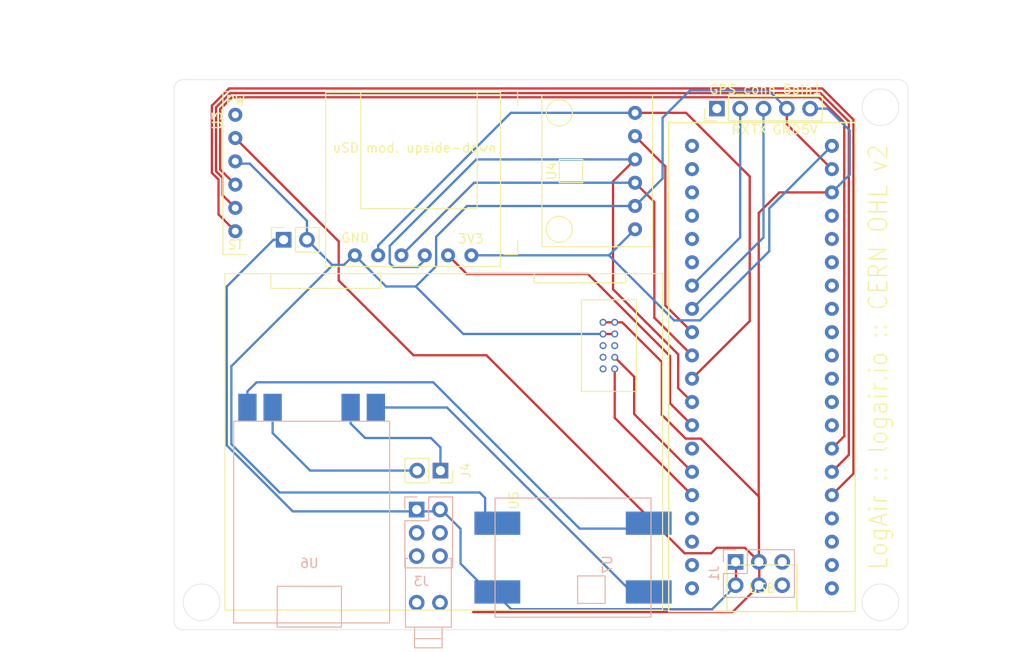
<source format=kicad_pcb>
(kicad_pcb (version 20171130) (host pcbnew 5.1.6-c6e7f7d~86~ubuntu19.10.1)

  (general
    (thickness 1.6)
    (drawings 23)
    (tracks 167)
    (zones 0)
    (modules 12)
    (nets 53)
  )

  (page A4)
  (layers
    (0 F.Cu signal)
    (31 B.Cu signal)
    (32 B.Adhes user hide)
    (33 F.Adhes user hide)
    (34 B.Paste user hide)
    (35 F.Paste user hide)
    (36 B.SilkS user)
    (37 F.SilkS user)
    (38 B.Mask user)
    (39 F.Mask user)
    (40 Dwgs.User user)
    (41 Cmts.User user)
    (42 Eco1.User user)
    (43 Eco2.User user)
    (44 Edge.Cuts user)
    (45 Margin user)
    (46 B.CrtYd user)
    (47 F.CrtYd user)
    (48 B.Fab user)
    (49 F.Fab user)
  )

  (setup
    (last_trace_width 0.25)
    (trace_clearance 0.2)
    (zone_clearance 0.508)
    (zone_45_only no)
    (trace_min 0.2)
    (via_size 0.8)
    (via_drill 0.4)
    (via_min_size 0.4)
    (via_min_drill 0.3)
    (uvia_size 0.3)
    (uvia_drill 0.1)
    (uvias_allowed no)
    (uvia_min_size 0.2)
    (uvia_min_drill 0.1)
    (edge_width 0.05)
    (segment_width 0.2)
    (pcb_text_width 0.3)
    (pcb_text_size 1.5 1.5)
    (mod_edge_width 0.12)
    (mod_text_size 1 1)
    (mod_text_width 0.15)
    (pad_size 1.7 1.7)
    (pad_drill 0.5)
    (pad_to_mask_clearance 0.05)
    (aux_axis_origin 0 0)
    (grid_origin 244 31)
    (visible_elements FFFFFF7F)
    (pcbplotparams
      (layerselection 0x010f0_ffffffff)
      (usegerberextensions true)
      (usegerberattributes false)
      (usegerberadvancedattributes true)
      (creategerberjobfile false)
      (excludeedgelayer true)
      (linewidth 0.100000)
      (plotframeref false)
      (viasonmask false)
      (mode 1)
      (useauxorigin false)
      (hpglpennumber 1)
      (hpglpenspeed 20)
      (hpglpendiameter 15.000000)
      (psnegative false)
      (psa4output false)
      (plotreference true)
      (plotvalue true)
      (plotinvisibletext false)
      (padsonsilk false)
      (subtractmaskfromsilk false)
      (outputformat 1)
      (mirror false)
      (drillshape 0)
      (scaleselection 1)
      (outputdirectory "OUTPUT/"))
  )

  (net 0 "")
  (net 1 "Net-(U1-PadPC15)")
  (net 2 "Net-(U1-PadNRST)")
  (net 3 "Net-(U1-PadPA1)")
  (net 4 "Net-(U1-PadPB1)")
  (net 5 "Net-(U1-PadPC14)")
  (net 6 "Net-(U1-PadPA0)")
  (net 7 "Net-(U1-PadPC13)")
  (net 8 "Net-(U1-PadVBAT)")
  (net 9 "Net-(U1-PadPB12)")
  (net 10 "Net-(U1-PadPB13)")
  (net 11 "Net-(U1-PadPB14)")
  (net 12 "Net-(U1-PadPB15)")
  (net 13 "Net-(U1-PadPA11)")
  (net 14 "Net-(U1-PadPA12)")
  (net 15 "Net-(U1-PadPA15)")
  (net 16 "Net-(U1-PadPB3)")
  (net 17 "Net-(U1-PadPB5)")
  (net 18 "Net-(U1-PadPB4)")
  (net 19 "Net-(U1-PadPB6)")
  (net 20 "Net-(U1-PadPB7)")
  (net 21 "Net-(U1-PadPB8)")
  (net 22 "Net-(U1-PadPB9)")
  (net 23 /BLE_STAT)
  (net 24 /BLE_RX)
  (net 25 /BLE_TX)
  (net 26 /GND)
  (net 27 /5V)
  (net 28 /BLE_PWRC)
  (net 29 /MISO)
  (net 30 /BME_CS)
  (net 31 /MOSI)
  (net 32 /CLK)
  (net 33 /3V3)
  (net 34 /GPS_TX)
  (net 35 /GPS_RX)
  (net 36 /PPS)
  (net 37 /PM_TX)
  (net 38 /PM_RX)
  (net 39 /SD_CS)
  (net 40 "Net-(U5-Pad6)")
  (net 41 "Net-(U5-Pad5)")
  (net 42 "Net-(U5-Pad8)")
  (net 43 "Net-(U5-Pad10)")
  (net 44 /5Vin)
  (net 45 "Net-(J1-Pad5)")
  (net 46 "Net-(J1-Pad6)")
  (net 47 "Net-(J3-Pad6)")
  (net 48 "Net-(J3-Pad5)")
  (net 49 /B-)
  (net 50 /B+)
  (net 51 /GNDin)
  (net 52 /Vin)

  (net_class Default "This is the default net class."
    (clearance 0.2)
    (trace_width 0.25)
    (via_dia 0.8)
    (via_drill 0.4)
    (uvia_dia 0.3)
    (uvia_drill 0.1)
    (add_net /3V3)
    (add_net /5V)
    (add_net /5Vin)
    (add_net /B+)
    (add_net /B-)
    (add_net /BLE_PWRC)
    (add_net /BLE_RX)
    (add_net /BLE_STAT)
    (add_net /BLE_TX)
    (add_net /BME_CS)
    (add_net /CLK)
    (add_net /GND)
    (add_net /GNDin)
    (add_net /GPS_RX)
    (add_net /GPS_TX)
    (add_net /MISO)
    (add_net /MOSI)
    (add_net /PM_RX)
    (add_net /PM_TX)
    (add_net /PPS)
    (add_net /SD_CS)
    (add_net /Vin)
    (add_net "Net-(J1-Pad5)")
    (add_net "Net-(J1-Pad6)")
    (add_net "Net-(J3-Pad5)")
    (add_net "Net-(J3-Pad6)")
    (add_net "Net-(U1-PadNRST)")
    (add_net "Net-(U1-PadPA0)")
    (add_net "Net-(U1-PadPA1)")
    (add_net "Net-(U1-PadPA11)")
    (add_net "Net-(U1-PadPA12)")
    (add_net "Net-(U1-PadPA15)")
    (add_net "Net-(U1-PadPB1)")
    (add_net "Net-(U1-PadPB12)")
    (add_net "Net-(U1-PadPB13)")
    (add_net "Net-(U1-PadPB14)")
    (add_net "Net-(U1-PadPB15)")
    (add_net "Net-(U1-PadPB3)")
    (add_net "Net-(U1-PadPB4)")
    (add_net "Net-(U1-PadPB5)")
    (add_net "Net-(U1-PadPB6)")
    (add_net "Net-(U1-PadPB7)")
    (add_net "Net-(U1-PadPB8)")
    (add_net "Net-(U1-PadPB9)")
    (add_net "Net-(U1-PadPC13)")
    (add_net "Net-(U1-PadPC14)")
    (add_net "Net-(U1-PadPC15)")
    (add_net "Net-(U1-PadVBAT)")
    (add_net "Net-(U5-Pad10)")
    (add_net "Net-(U5-Pad5)")
    (add_net "Net-(U5-Pad6)")
    (add_net "Net-(U5-Pad8)")
  )

  (module logair_diy:Logair_switch_2 (layer B.Cu) (tedit 5FA13B96) (tstamp 5F7C9F49)
    (at 126.72 112.96 180)
    (descr "Through hole straight socket strip, 2x03, 2.54mm pitch, double cols (from Kicad 4.0.7), script generated")
    (tags "Through hole socket strip THT 2x03 2.54mm double row")
    (path /5F7CAC41)
    (fp_text reference J3 (at 0.75 -2.75 180) (layer B.SilkS)
      (effects (font (size 1 1) (thickness 0.15)) (justify mirror))
    )
    (fp_text value Conn_02x03_Odd_Even (at 4.75 -1.5 270) (layer B.Fab)
      (effects (font (size 1 1) (thickness 0.15)) (justify mirror))
    )
    (fp_text user %R (at 0.5 4.15 90) (layer B.Fab)
      (effects (font (size 1 1) (thickness 0.15)) (justify mirror))
    )
    (fp_line (start -2.58 6.4) (end 1.5 6.4) (layer B.Fab) (width 0.1))
    (fp_line (start 1.5 6.4) (end 2.5 5.4) (layer B.Fab) (width 0.1))
    (fp_line (start 2.5 5.4) (end 2.5 -1.22) (layer B.Fab) (width 0.1))
    (fp_line (start 2.5 -1.22) (end -2.58 -1.22) (layer B.Fab) (width 0.1))
    (fp_line (start -2.58 -1.22) (end -2.58 6.4) (layer B.Fab) (width 0.1))
    (fp_line (start -2.64 6.46) (end -0.04 6.46) (layer B.SilkS) (width 0.12))
    (fp_line (start -2.64 6.46) (end -2.64 -1.28) (layer B.SilkS) (width 0.12))
    (fp_line (start -2.64 -1.28) (end 2.56 -1.28) (layer B.SilkS) (width 0.12))
    (fp_line (start 2.56 3.86) (end 2.56 -1.28) (layer B.SilkS) (width 0.12))
    (fp_line (start -0.04 3.86) (end 2.56 3.86) (layer B.SilkS) (width 0.12))
    (fp_line (start -0.04 6.46) (end -0.04 3.86) (layer B.SilkS) (width 0.12))
    (fp_line (start 2.56 6.46) (end 2.56 5.13) (layer B.SilkS) (width 0.12))
    (fp_line (start 1.23 6.46) (end 2.56 6.46) (layer B.SilkS) (width 0.12))
    (fp_line (start -3.11 6.93) (end 2.99 6.93) (layer B.CrtYd) (width 0.05))
    (fp_line (start 2.99 6.93) (end 2.99 -1.72) (layer B.CrtYd) (width 0.05))
    (fp_line (start 2.99 -1.72) (end -3.11 -1.72) (layer B.CrtYd) (width 0.05))
    (fp_line (start -3.11 -1.72) (end -3.11 6.93) (layer B.CrtYd) (width 0.05))
    (fp_line (start -2.5 -7.75) (end 2.5 -7.75) (layer B.SilkS) (width 0.12))
    (fp_line (start 2.5 -7.75) (end 2.5 -0.25) (layer B.SilkS) (width 0.12))
    (fp_line (start 2.5 -0.25) (end 2.25 -0.25) (layer B.SilkS) (width 0.12))
    (fp_line (start -2.5 -7.75) (end -2.5 -0.25) (layer B.SilkS) (width 0.12))
    (fp_line (start -2.5 -0.25) (end -2.25 -0.25) (layer B.SilkS) (width 0.12))
    (fp_line (start -1.5 -7.75) (end -1.5 -10) (layer B.SilkS) (width 0.12))
    (fp_line (start -1.5 -10) (end 1.5 -10) (layer B.SilkS) (width 0.12))
    (fp_line (start 1.5 -10) (end 1.5 -7.75) (layer B.SilkS) (width 0.12))
    (fp_line (start 1.5 -9) (end -1.5 -9) (layer B.SilkS) (width 0.12))
    (pad "" thru_hole oval (at -1.27 -5.08 180) (size 1.7 1.7) (drill 1) (layers *.Cu *.Mask))
    (pad "" thru_hole oval (at 1.27 -5.08 180) (size 1.7 1.7) (drill 1) (layers *.Cu *.Mask))
    (pad 3 thru_hole oval (at 1.27 2.54 180) (size 1.7 1.7) (drill 1) (layers *.Cu *.Mask)
      (net 27 /5V))
    (pad 6 thru_hole oval (at -1.27 0 180) (size 1.7 1.7) (drill 1) (layers *.Cu *.Mask)
      (net 47 "Net-(J3-Pad6)"))
    (pad 5 thru_hole oval (at 1.27 0 180) (size 1.7 1.7) (drill 1) (layers *.Cu *.Mask)
      (net 48 "Net-(J3-Pad5)"))
    (pad 4 thru_hole oval (at -1.27 2.54 180) (size 1.7 1.7) (drill 1) (layers *.Cu *.Mask)
      (net 27 /5V))
    (pad 1 thru_hole rect (at 1.27 5.08 180) (size 1.7 1.7) (drill 1) (layers *.Cu *.Mask)
      (net 44 /5Vin))
    (pad 2 thru_hole oval (at -1.27 5.08 180) (size 1.7 1.7) (drill 1) (layers *.Cu *.Mask)
      (net 44 /5Vin))
    (model ${KISYS3DMOD}/Connector_PinSocket_2.54mm.3dshapes/PinSocket_2x03_P2.54mm_Vertical.wrl
      (at (xyz 0 0 0))
      (scale (xyz 1 1 1))
      (rotate (xyz 0 0 0))
    )
  )

  (module Connector_PinHeader_2.54mm:PinHeader_2x03_P2.54mm_Vertical (layer B.Cu) (tedit 59FED5CC) (tstamp 5F7CA011)
    (at 160.21 113.59 270)
    (descr "Through hole straight pin header, 2x03, 2.54mm pitch, double rows")
    (tags "Through hole pin header THT 2x03 2.54mm double row")
    (path /5F3D149A)
    (fp_text reference J1 (at 1.27 2.33 90) (layer B.SilkS)
      (effects (font (size 1 1) (thickness 0.15)) (justify mirror))
    )
    (fp_text value Conn_02x03_Odd_Even (at 1.27 -7.41 90) (layer B.Fab)
      (effects (font (size 1 1) (thickness 0.15)) (justify mirror))
    )
    (fp_text user %R (at 1.27 -2.54 180) (layer B.Fab)
      (effects (font (size 1 1) (thickness 0.15)) (justify mirror))
    )
    (fp_line (start 0 1.27) (end 3.81 1.27) (layer B.Fab) (width 0.1))
    (fp_line (start 3.81 1.27) (end 3.81 -6.35) (layer B.Fab) (width 0.1))
    (fp_line (start 3.81 -6.35) (end -1.27 -6.35) (layer B.Fab) (width 0.1))
    (fp_line (start -1.27 -6.35) (end -1.27 0) (layer B.Fab) (width 0.1))
    (fp_line (start -1.27 0) (end 0 1.27) (layer B.Fab) (width 0.1))
    (fp_line (start -1.33 -6.41) (end 3.87 -6.41) (layer B.SilkS) (width 0.12))
    (fp_line (start -1.33 -1.27) (end -1.33 -6.41) (layer B.SilkS) (width 0.12))
    (fp_line (start 3.87 1.33) (end 3.87 -6.41) (layer B.SilkS) (width 0.12))
    (fp_line (start -1.33 -1.27) (end 1.27 -1.27) (layer B.SilkS) (width 0.12))
    (fp_line (start 1.27 -1.27) (end 1.27 1.33) (layer B.SilkS) (width 0.12))
    (fp_line (start 1.27 1.33) (end 3.87 1.33) (layer B.SilkS) (width 0.12))
    (fp_line (start -1.33 0) (end -1.33 1.33) (layer B.SilkS) (width 0.12))
    (fp_line (start -1.33 1.33) (end 0 1.33) (layer B.SilkS) (width 0.12))
    (fp_line (start -1.8 1.8) (end -1.8 -6.85) (layer B.CrtYd) (width 0.05))
    (fp_line (start -1.8 -6.85) (end 4.35 -6.85) (layer B.CrtYd) (width 0.05))
    (fp_line (start 4.35 -6.85) (end 4.35 1.8) (layer B.CrtYd) (width 0.05))
    (fp_line (start 4.35 1.8) (end -1.8 1.8) (layer B.CrtYd) (width 0.05))
    (pad 6 thru_hole oval (at 2.54 -5.08 270) (size 1.7 1.7) (drill 1) (layers *.Cu *.Mask)
      (net 46 "Net-(J1-Pad6)"))
    (pad 5 thru_hole oval (at 0 -5.08 270) (size 1.7 1.7) (drill 1) (layers *.Cu *.Mask)
      (net 45 "Net-(J1-Pad5)"))
    (pad 4 thru_hole oval (at 2.54 -2.54 270) (size 1.7 1.7) (drill 1) (layers *.Cu *.Mask)
      (net 27 /5V))
    (pad 3 thru_hole oval (at 0 -2.54 270) (size 1.7 1.7) (drill 1) (layers *.Cu *.Mask)
      (net 27 /5V))
    (pad 2 thru_hole oval (at 2.54 0 270) (size 1.7 1.7) (drill 1) (layers *.Cu *.Mask)
      (net 44 /5Vin))
    (pad 1 thru_hole rect (at 0 0 270) (size 1.7 1.7) (drill 1) (layers *.Cu *.Mask)
      (net 44 /5Vin))
    (model ${KISYS3DMOD}/Connector_PinHeader_2.54mm.3dshapes/PinHeader_2x03_P2.54mm_Vertical.wrl
      (at (xyz 0 0 0))
      (scale (xyz 1 1 1))
      (rotate (xyz 0 0 0))
    )
  )

  (module Connector_PinSocket_2.54mm:PinSocket_1x02_P2.54mm_Vertical (layer F.Cu) (tedit 5A19A420) (tstamp 5FA165A7)
    (at 128.04 103.63 270)
    (descr "Through hole straight socket strip, 1x02, 2.54mm pitch, single row (from Kicad 4.0.7), script generated")
    (tags "Through hole socket strip THT 1x02 2.54mm single row")
    (path /5FA18B0F)
    (fp_text reference J4 (at 0 -2.77 90) (layer F.SilkS)
      (effects (font (size 1 1) (thickness 0.15)))
    )
    (fp_text value Conn_01x02_Female (at 0 5.31 90) (layer F.Fab)
      (effects (font (size 1 1) (thickness 0.15)))
    )
    (fp_text user %R (at 0 1.27) (layer F.Fab)
      (effects (font (size 1 1) (thickness 0.15)))
    )
    (fp_line (start -1.27 -1.27) (end 0.635 -1.27) (layer F.Fab) (width 0.1))
    (fp_line (start 0.635 -1.27) (end 1.27 -0.635) (layer F.Fab) (width 0.1))
    (fp_line (start 1.27 -0.635) (end 1.27 3.81) (layer F.Fab) (width 0.1))
    (fp_line (start 1.27 3.81) (end -1.27 3.81) (layer F.Fab) (width 0.1))
    (fp_line (start -1.27 3.81) (end -1.27 -1.27) (layer F.Fab) (width 0.1))
    (fp_line (start -1.33 1.27) (end 1.33 1.27) (layer F.SilkS) (width 0.12))
    (fp_line (start -1.33 1.27) (end -1.33 3.87) (layer F.SilkS) (width 0.12))
    (fp_line (start -1.33 3.87) (end 1.33 3.87) (layer F.SilkS) (width 0.12))
    (fp_line (start 1.33 1.27) (end 1.33 3.87) (layer F.SilkS) (width 0.12))
    (fp_line (start 1.33 -1.33) (end 1.33 0) (layer F.SilkS) (width 0.12))
    (fp_line (start 0 -1.33) (end 1.33 -1.33) (layer F.SilkS) (width 0.12))
    (fp_line (start -1.8 -1.8) (end 1.75 -1.8) (layer F.CrtYd) (width 0.05))
    (fp_line (start 1.75 -1.8) (end 1.75 4.3) (layer F.CrtYd) (width 0.05))
    (fp_line (start 1.75 4.3) (end -1.8 4.3) (layer F.CrtYd) (width 0.05))
    (fp_line (start -1.8 4.3) (end -1.8 -1.8) (layer F.CrtYd) (width 0.05))
    (pad 2 thru_hole oval (at 0 2.54 270) (size 1.7 1.7) (drill 1) (layers *.Cu *.Mask)
      (net 49 /B-))
    (pad 1 thru_hole rect (at 0 0 270) (size 1.7 1.7) (drill 1) (layers *.Cu *.Mask)
      (net 50 /B+))
    (model ${KISYS3DMOD}/Connector_PinSocket_2.54mm.3dshapes/PinSocket_1x02_P2.54mm_Vertical.wrl
      (at (xyz 0 0 0))
      (scale (xyz 1 1 1))
      (rotate (xyz 0 0 0))
    )
  )

  (module "logair_diy:DC-DC step-up" (layer B.Cu) (tedit 5FA13FAA) (tstamp 5F7CA0A0)
    (at 150.99 113.12 270)
    (path /5F676262)
    (fp_text reference U7 (at 0.75 4.75 90) (layer B.SilkS)
      (effects (font (size 1 1) (thickness 0.15)) (justify mirror))
    )
    (fp_text value DC-DC_step-up (at -0.25 3 90) (layer B.Fab)
      (effects (font (size 1 1) (thickness 0.15)) (justify mirror))
    )
    (fp_line (start -6.5 17) (end -6.5 0) (layer B.SilkS) (width 0.12))
    (fp_line (start 6.5 17) (end -6.5 17) (layer B.SilkS) (width 0.12))
    (fp_line (start 6.5 0) (end 6.5 17) (layer B.SilkS) (width 0.12))
    (fp_line (start -6.5 0) (end 6.5 0) (layer B.SilkS) (width 0.12))
    (fp_line (start 2 7.75) (end 2 5) (layer B.SilkS) (width 0.12))
    (fp_line (start 2 5) (end 5 5) (layer B.SilkS) (width 0.12))
    (fp_line (start 5 5) (end 5 8) (layer B.SilkS) (width 0.12))
    (fp_line (start 5 8) (end 2 8) (layer B.SilkS) (width 0.12))
    (fp_line (start 2 8) (end 2 7.75) (layer B.SilkS) (width 0.12))
    (pad 4 connect rect (at 3.75 0.25 270) (size 2.54 5) (layers B.Cu B.Mask)
      (net 52 /Vin))
    (pad 3 connect rect (at -3.75 0.25 270) (size 2.54 5) (layers B.Cu B.Mask)
      (net 51 /GNDin))
    (pad 2 connect rect (at 3.75 16.75 270) (size 2.54 5) (layers B.Cu B.Mask)
      (net 44 /5Vin))
    (pad 1 connect rect (at -3.75 16.75 270) (size 2.54 5) (layers B.Cu B.Mask)
      (net 26 /GND))
  )

  (module logair_diy:Charger_basic (layer B.Cu) (tedit 5F7C4EF3) (tstamp 5F678674)
    (at 114.25 108.25 180)
    (path /5F676BC8)
    (fp_text reference U6 (at 0.5 -5.5) (layer B.SilkS)
      (effects (font (size 1 1) (thickness 0.15)) (justify mirror))
    )
    (fp_text value Charger_basic (at 0 -3.75) (layer B.Fab)
      (effects (font (size 1 1) (thickness 0.15)) (justify mirror))
    )
    (fp_line (start -8.25 -12) (end 8.75 -12) (layer B.SilkS) (width 0.12))
    (fp_line (start 8.75 -12) (end 8.75 10) (layer B.SilkS) (width 0.12))
    (fp_line (start 8.75 10) (end -8.25 10) (layer B.SilkS) (width 0.12))
    (fp_line (start -8.25 10) (end -8.25 -12) (layer B.SilkS) (width 0.12))
    (fp_line (start -3 -8) (end 4 -8) (layer B.SilkS) (width 0.12))
    (fp_line (start 4 -8) (end 4.01 -12.45) (layer B.SilkS) (width 0.12))
    (fp_line (start -3 -8) (end -3 -12.45) (layer B.SilkS) (width 0.12))
    (fp_line (start -3 -12.45) (end 3.99 -12.45) (layer B.SilkS) (width 0.12))
    (pad 3 connect rect (at 4.5 11.5 180) (size 2 3) (layers B.Cu B.Mask)
      (net 49 /B-))
    (pad 4 connect rect (at 7.25 11.5 180) (size 2 3) (layers B.Cu B.Mask)
      (net 51 /GNDin))
    (pad 2 connect rect (at -4 11.5 180) (size 2 3) (layers B.Cu B.Mask)
      (net 50 /B+))
    (pad 1 connect rect (at -6.75 11.5 180) (size 2 3) (layers B.Cu B.Mask)
      (net 52 /Vin))
  )

  (module logair_diy:uSD_adapter (layer F.Cu) (tedit 5F67B458) (tstamp 5F7CA341)
    (at 134.585 62.37 180)
    (path /5ED1FC9B)
    (fp_text reference U2 (at 7.355 -2.06) (layer F.SilkS) hide
      (effects (font (size 1 1) (thickness 0.15)))
    )
    (fp_text value uSD_adapter (at 9.855 -3.56) (layer F.Fab)
      (effects (font (size 1 1) (thickness 0.15)))
    )
    (fp_line (start 0 0) (end 0 -19) (layer F.SilkS) (width 0.12))
    (fp_line (start 0 -19) (end 19.05 -19) (layer F.SilkS) (width 0.12))
    (fp_line (start 19.05 -19) (end 19.05 0) (layer F.SilkS) (width 0.12))
    (fp_line (start 19.05 0) (end 0 0) (layer F.SilkS) (width 0.12))
    (fp_line (start 2.54 0) (end 2.54 -12.7) (layer F.SilkS) (width 0.12))
    (fp_line (start 2.54 -12.7) (end 15.24 -12.7) (layer F.SilkS) (width 0.12))
    (fp_line (start 15.24 -12.7) (end 15.24 0) (layer F.SilkS) (width 0.12))
    (fp_text user "uSD mod. upside-down" (at 9.355 -6.06 180) (layer F.SilkS)
      (effects (font (size 1 1) (thickness 0.15)))
    )
    (pad 6 thru_hole circle (at 3.175 -17.78 180) (size 1.524 1.524) (drill 0.762) (layers *.Cu *.Mask)
      (net 33 /3V3))
    (pad 5 thru_hole circle (at 5.715 -17.78 180) (size 1.524 1.524) (drill 0.762) (layers *.Cu *.Mask)
      (net 39 /SD_CS))
    (pad 4 thru_hole circle (at 8.255 -17.78 180) (size 1.524 1.524) (drill 0.762) (layers *.Cu *.Mask)
      (net 31 /MOSI))
    (pad 3 thru_hole circle (at 10.795 -17.78 180) (size 1.524 1.524) (drill 0.762) (layers *.Cu *.Mask)
      (net 32 /CLK))
    (pad 2 thru_hole circle (at 13.335 -17.78 180) (size 1.524 1.524) (drill 0.762) (layers *.Cu *.Mask)
      (net 29 /MISO))
    (pad 1 thru_hole circle (at 15.875 -17.78 180) (size 1.524 1.524) (drill 0.762) (layers *.Cu *.Mask)
      (net 26 /GND))
  )

  (module logair_diy:BLE_JDY-23_vert_unfold (layer F.Cu) (tedit 5F664735) (tstamp 5F664859)
    (at 106.95 61.01 270)
    (path /5ED3528B)
    (fp_text reference U3 (at 4.445 3.255 90) (layer F.SilkS)
      (effects (font (size 1 1) (thickness 0.15)))
    )
    (fp_text value BLE_JDY-23 (at 9.9 -0.69 90) (layer F.Fab)
      (effects (font (size 1 1) (thickness 0.15)))
    )
    (fp_line (start 1.27 0.08) (end 1.27 2.62) (layer F.SilkS) (width 0.12))
    (fp_line (start 1.27 2.62) (end 19.05 2.62) (layer F.SilkS) (width 0.12))
    (fp_line (start 19.05 2.62) (end 19.05 0.08) (layer F.SilkS) (width 0.12))
    (fp_line (start 19.05 -29.5) (end 19.05 -28) (layer F.SilkS) (width 0.12))
    (fp_line (start 1.27 -29.5) (end 1.27 -28) (layer F.SilkS) (width 0.12))
    (fp_line (start 1.27 -29.5) (end 2.77 -29.5) (layer F.SilkS) (width 0.12))
    (fp_line (start 19.05 -29.5) (end 17.55 -29.5) (layer F.SilkS) (width 0.12))
    (fp_text user PW (at 2.25 1.25) (layer F.SilkS)
      (effects (font (size 1 1) (thickness 0.15)))
    )
    (fp_text user ST (at 18 1.25) (layer F.SilkS)
      (effects (font (size 1 1) (thickness 0.15)))
    )
    (pad 1 thru_hole circle (at 3.81 1.27 270) (size 1.524 1.524) (drill 0.762) (layers *.Cu *.Mask)
      (net 28 /BLE_PWRC))
    (pad 2 thru_hole circle (at 6.35 1.27 270) (size 1.524 1.524) (drill 0.762) (layers *.Cu *.Mask)
      (net 27 /5V))
    (pad 3 thru_hole circle (at 8.89 1.27 270) (size 1.524 1.524) (drill 0.762) (layers *.Cu *.Mask)
      (net 26 /GND))
    (pad 4 thru_hole circle (at 11.43 1.27 270) (size 1.524 1.524) (drill 0.762) (layers *.Cu *.Mask)
      (net 25 /BLE_TX))
    (pad 5 thru_hole circle (at 13.97 1.27 270) (size 1.524 1.524) (drill 0.762) (layers *.Cu *.Mask)
      (net 24 /BLE_RX))
    (pad 6 thru_hole circle (at 16.51 1.27 270) (size 1.524 1.524) (drill 0.762) (layers *.Cu *.Mask)
      (net 23 /BLE_STAT))
  )

  (module Connector_PinSocket_2.54mm:PinSocket_1x02_P2.54mm_Vertical (layer F.Cu) (tedit 5A19A420) (tstamp 5F7CA05A)
    (at 110.95 78.45 90)
    (descr "Through hole straight socket strip, 1x02, 2.54mm pitch, single row (from Kicad 4.0.7), script generated")
    (tags "Through hole socket strip THT 1x02 2.54mm single row")
    (path /5F3D3380)
    (fp_text reference J2 (at 0 -2.77 90) (layer F.SilkS) hide
      (effects (font (size 1 1) (thickness 0.15)))
    )
    (fp_text value Conn_01x02_Female (at 2.5 1) (layer F.Fab) hide
      (effects (font (size 1 1) (thickness 0.15)))
    )
    (fp_line (start -1.8 4.3) (end -1.8 -1.8) (layer F.CrtYd) (width 0.05))
    (fp_line (start 1.75 4.3) (end -1.8 4.3) (layer F.CrtYd) (width 0.05))
    (fp_line (start 1.75 -1.8) (end 1.75 4.3) (layer F.CrtYd) (width 0.05))
    (fp_line (start -1.8 -1.8) (end 1.75 -1.8) (layer F.CrtYd) (width 0.05))
    (fp_line (start 0 -1.33) (end 1.33 -1.33) (layer F.SilkS) (width 0.12))
    (fp_line (start 1.33 -1.33) (end 1.33 0) (layer F.SilkS) (width 0.12))
    (fp_line (start 1.33 1.27) (end 1.33 3.87) (layer F.SilkS) (width 0.12))
    (fp_line (start -1.33 3.87) (end 1.33 3.87) (layer F.SilkS) (width 0.12))
    (fp_line (start -1.33 1.27) (end -1.33 3.87) (layer F.SilkS) (width 0.12))
    (fp_line (start -1.33 1.27) (end 1.33 1.27) (layer F.SilkS) (width 0.12))
    (fp_line (start -1.27 3.81) (end -1.27 -1.27) (layer F.Fab) (width 0.1))
    (fp_line (start 1.27 3.81) (end -1.27 3.81) (layer F.Fab) (width 0.1))
    (fp_line (start 1.27 -0.635) (end 1.27 3.81) (layer F.Fab) (width 0.1))
    (fp_line (start 0.635 -1.27) (end 1.27 -0.635) (layer F.Fab) (width 0.1))
    (fp_line (start -1.27 -1.27) (end 0.635 -1.27) (layer F.Fab) (width 0.1))
    (fp_text user %R (at 2.5 1.27) (layer F.Fab) hide
      (effects (font (size 1 1) (thickness 0.15)))
    )
    (pad 2 thru_hole oval (at 0 2.54 90) (size 1.7 1.7) (drill 1) (layers *.Cu *.Mask)
      (net 26 /GND))
    (pad 1 thru_hole rect (at 0 0 90) (size 1.7 1.7) (drill 1) (layers *.Cu *.Mask)
      (net 44 /5Vin))
    (model ${KISYS3DMOD}/Connector_PinSocket_2.54mm.3dshapes/PinSocket_1x02_P2.54mm_Vertical.wrl
      (at (xyz 0 0 0))
      (scale (xyz 1 1 1))
      (rotate (xyz 0 0 0))
    )
  )

  (module logair_diy:PMS7003_10pin (layer F.Cu) (tedit 5EC7E2C3) (tstamp 5F7C9FC1)
    (at 152.25 82.15 270)
    (path /5ED2DD12)
    (fp_text reference U5 (at 24.75 16.2 90) (layer F.SilkS)
      (effects (font (size 1 1) (thickness 0.15)))
    )
    (fp_text value PMS7003 (at 26.85 14.1 90) (layer F.Fab)
      (effects (font (size 1 1) (thickness 0.15)))
    )
    (fp_line (start 0 0) (end 0 47.7) (layer F.SilkS) (width 0.12))
    (fp_line (start 0 47.7) (end 36.7 47.7) (layer F.SilkS) (width 0.12))
    (fp_line (start 36.7 47.7) (end 36.7 0) (layer F.SilkS) (width 0.12))
    (fp_line (start 36.7 0) (end 0 0) (layer F.SilkS) (width 0.12))
    (fp_line (start 12.85 8.85) (end 12.85 2.85) (layer F.SilkS) (width 0.12))
    (fp_line (start 12.85 2.85) (end 2.85 2.85) (layer F.SilkS) (width 0.12))
    (fp_line (start 2.85 2.85) (end 2.85 8.85) (layer F.SilkS) (width 0.12))
    (fp_line (start 2.85 8.85) (end 12.85 8.85) (layer F.SilkS) (width 0.12))
    (fp_line (start 0.1 42.7) (end 1.6 42.7) (layer F.SilkS) (width 0.12))
    (fp_line (start 1.6 42.7) (end 1.6 30.7) (layer F.SilkS) (width 0.12))
    (fp_line (start 1.6 30.7) (end 0 30.7) (layer F.SilkS) (width 0.12))
    (fp_line (start 0 4) (end 1 4) (layer F.SilkS) (width 0.12))
    (fp_line (start 1 4) (end 1 14) (layer F.SilkS) (width 0.12))
    (fp_line (start 1 14) (end 0 14) (layer F.SilkS) (width 0.12))
    (pad 2 thru_hole circle (at 5.31 6.485 270) (size 0.76 0.76) (drill 0.46) (layers *.Cu *.Mask)
      (net 27 /5V))
    (pad 1 thru_hole circle (at 5.31 5.215 270) (size 0.76 0.76) (drill 0.46) (layers *.Cu *.Mask)
      (net 27 /5V))
    (pad 4 thru_hole circle (at 6.58 6.485 270) (size 0.76 0.76) (drill 0.46) (layers *.Cu *.Mask)
      (net 26 /GND))
    (pad 3 thru_hole circle (at 6.58 5.215 270) (size 0.76 0.76) (drill 0.46) (layers *.Cu *.Mask)
      (net 26 /GND))
    (pad 6 thru_hole circle (at 7.85 6.485 270) (size 0.76 0.76) (drill 0.46) (layers *.Cu *.Mask)
      (net 40 "Net-(U5-Pad6)"))
    (pad 5 thru_hole circle (at 7.85 5.215 270) (size 0.76 0.76) (drill 0.46) (layers *.Cu *.Mask)
      (net 41 "Net-(U5-Pad5)"))
    (pad 8 thru_hole circle (at 9.12 6.485 270) (size 0.76 0.76) (drill 0.46) (layers *.Cu *.Mask)
      (net 42 "Net-(U5-Pad8)"))
    (pad 7 thru_hole circle (at 9.12 5.215 270) (size 0.76 0.76) (drill 0.46) (layers *.Cu *.Mask)
      (net 38 /PM_RX))
    (pad 10 thru_hole circle (at 10.39 6.485 270) (size 0.76 0.76) (drill 0.46) (layers *.Cu *.Mask)
      (net 43 "Net-(U5-Pad10)"))
    (pad 9 thru_hole circle (at 10.39 5.215 270) (size 0.76 0.76) (drill 0.46) (layers *.Cu *.Mask)
      (net 37 /PM_TX))
  )

  (module logair_diy:BME280_SPI (layer F.Cu) (tedit 5EC6870E) (tstamp 5F7CA2C2)
    (at 151.155 62.705 270)
    (path /5ED2C83B)
    (fp_text reference U4 (at 8.255 11.005 90) (layer F.SilkS)
      (effects (font (size 1 1) (thickness 0.15)))
    )
    (fp_text value BME280 (at 8.255 5.215 90) (layer F.Fab) hide
      (effects (font (size 1 1) (thickness 0.15)))
    )
    (fp_line (start 0 0) (end 0 12.065) (layer F.SilkS) (width 0.12))
    (fp_line (start 0 12.065) (end 16.51 12.065) (layer F.SilkS) (width 0.12))
    (fp_line (start 16.51 12.065) (end 16.51 0) (layer F.SilkS) (width 0.12))
    (fp_line (start 16.51 0) (end 0 0) (layer F.SilkS) (width 0.12))
    (fp_circle (center 14.605 10.16) (end 15.875 9.525) (layer F.SilkS) (width 0.12))
    (fp_circle (center 1.905 10.16) (end 0.635 10.795) (layer F.SilkS) (width 0.12))
    (fp_line (start 6.985 7.62) (end 6.985 10.16) (layer F.SilkS) (width 0.12))
    (fp_line (start 6.985 10.16) (end 9.525 10.16) (layer F.SilkS) (width 0.12))
    (fp_line (start 9.525 10.16) (end 9.525 7.62) (layer F.SilkS) (width 0.12))
    (fp_line (start 9.525 7.62) (end 6.985 7.62) (layer F.SilkS) (width 0.12))
    (pad 6 thru_hole circle (at 14.605 1.905 270) (size 1.524 1.524) (drill 0.762) (layers *.Cu *.Mask)
      (net 33 /3V3))
    (pad 5 thru_hole circle (at 12.065 1.905 270) (size 1.524 1.524) (drill 0.762) (layers *.Cu *.Mask)
      (net 26 /GND))
    (pad 4 thru_hole circle (at 9.525 1.905 270) (size 1.524 1.524) (drill 0.762) (layers *.Cu *.Mask)
      (net 32 /CLK))
    (pad 3 thru_hole circle (at 6.985 1.905 270) (size 1.524 1.524) (drill 0.762) (layers *.Cu *.Mask)
      (net 31 /MOSI))
    (pad 2 thru_hole circle (at 4.445 1.905 270) (size 1.524 1.524) (drill 0.762) (layers *.Cu *.Mask)
      (net 30 /BME_CS))
    (pad 1 thru_hole circle (at 1.905 1.905 270) (size 1.524 1.524) (drill 0.762) (layers *.Cu *.Mask)
      (net 29 /MISO))
  )

  (module Connector_PinHeader_2.54mm:PinHeader_1x05_P2.54mm_Vertical (layer F.Cu) (tedit 59FED5CC) (tstamp 5F7CA237)
    (at 158.17 64.15 90)
    (descr "Through hole straight pin header, 1x05, 2.54mm pitch, single row")
    (tags "Through hole pin header THT 1x05 2.54mm single row")
    (path /5ECF0C23)
    (fp_text reference GPS_conn_5pin1 (at 2.1 5.28 180) (layer F.SilkS)
      (effects (font (size 1 1) (thickness 0.15)))
    )
    (fp_text value Conn_01x05_Female (at 0 12.49 90) (layer F.Fab) hide
      (effects (font (size 1 1) (thickness 0.15)))
    )
    (fp_line (start 1.8 -1.8) (end -1.8 -1.8) (layer F.CrtYd) (width 0.05))
    (fp_line (start 1.8 11.95) (end 1.8 -1.8) (layer F.CrtYd) (width 0.05))
    (fp_line (start -1.8 11.95) (end 1.8 11.95) (layer F.CrtYd) (width 0.05))
    (fp_line (start -1.8 -1.8) (end -1.8 11.95) (layer F.CrtYd) (width 0.05))
    (fp_line (start -1.33 -1.33) (end 0 -1.33) (layer F.SilkS) (width 0.12))
    (fp_line (start -1.33 0) (end -1.33 -1.33) (layer F.SilkS) (width 0.12))
    (fp_line (start -1.33 1.27) (end 1.33 1.27) (layer F.SilkS) (width 0.12))
    (fp_line (start 1.33 1.27) (end 1.33 11.49) (layer F.SilkS) (width 0.12))
    (fp_line (start -1.33 1.27) (end -1.33 11.49) (layer F.SilkS) (width 0.12))
    (fp_line (start -1.33 11.49) (end 1.33 11.49) (layer F.SilkS) (width 0.12))
    (fp_line (start -1.27 -0.635) (end -0.635 -1.27) (layer F.Fab) (width 0.1))
    (fp_line (start -1.27 11.43) (end -1.27 -0.635) (layer F.Fab) (width 0.1))
    (fp_line (start 1.27 11.43) (end -1.27 11.43) (layer F.Fab) (width 0.1))
    (fp_line (start 1.27 -1.27) (end 1.27 11.43) (layer F.Fab) (width 0.1))
    (fp_line (start -0.635 -1.27) (end 1.27 -1.27) (layer F.Fab) (width 0.1))
    (fp_text user %R (at 0 5.08) (layer F.Fab)
      (effects (font (size 1 1) (thickness 0.15)))
    )
    (pad 1 thru_hole rect (at 0 0 90) (size 1.7 1.7) (drill 1) (layers *.Cu *.Mask)
      (net 36 /PPS))
    (pad 2 thru_hole oval (at 0 2.54 90) (size 1.7 1.7) (drill 1) (layers *.Cu *.Mask)
      (net 35 /GPS_RX))
    (pad 3 thru_hole oval (at 0 5.08 90) (size 1.7 1.7) (drill 1) (layers *.Cu *.Mask)
      (net 34 /GPS_TX))
    (pad 4 thru_hole oval (at 0 7.62 90) (size 1.7 1.7) (drill 1) (layers *.Cu *.Mask)
      (net 26 /GND))
    (pad 5 thru_hole oval (at 0 10.16 90) (size 1.7 1.7) (drill 1) (layers *.Cu *.Mask)
      (net 27 /5V))
    (model ${KISYS3DMOD}/Connector_PinHeader_2.54mm.3dshapes/PinHeader_1x05_P2.54mm_Vertical.wrl
      (at (xyz 0 0 0))
      (scale (xyz 1 1 1))
      (rotate (xyz 0 0 0))
    )
  )

  (module logairbluepill:LogairBluepill (layer F.Cu) (tedit 5F3BA11C) (tstamp 5F7CA174)
    (at 170.7 68.21 180)
    (path /5EBEBF1B)
    (fp_text reference U1 (at 7.62 -25.4) (layer F.SilkS) hide
      (effects (font (size 1 1) (thickness 0.15)))
    )
    (fp_text value LogairBluepill (at 7.62 -28.194) (layer F.Fab) hide
      (effects (font (size 1 1) (thickness 0.15)))
    )
    (fp_line (start -2.54 -50.8) (end 17.78 -50.8) (layer F.SilkS) (width 0.15))
    (fp_line (start 17.78 -50.8) (end 17.78 2.54) (layer F.SilkS) (width 0.15))
    (fp_line (start 17.78 2.54) (end -2.54 2.54) (layer F.SilkS) (width 0.15))
    (fp_line (start -2.54 2.54) (end -2.54 -50.8) (layer F.SilkS) (width 0.15))
    (fp_line (start 3.81 -50.8) (end 3.81 -45.72) (layer F.SilkS) (width 0.15))
    (fp_line (start 3.81 -45.72) (end 11.43 -45.72) (layer F.SilkS) (width 0.15))
    (fp_line (start 11.43 -45.72) (end 11.43 -50.8) (layer F.SilkS) (width 0.15))
    (fp_text user USB (at 7.62 -48.26) (layer F.SilkS)
      (effects (font (size 1 1) (thickness 0.15)))
    )
    (pad GND thru_hole circle (at 15.24 -48.26 270) (size 1.524 1.524) (drill 0.762) (layers *.Cu *.Mask)
      (net 26 /GND))
    (pad PB10 thru_hole circle (at 15.24 -35.56 270) (size 1.524 1.524) (drill 0.762) (layers *.Cu *.Mask)
      (net 38 /PM_RX))
    (pad PA3 thru_hole circle (at 15.24 -17.78 270) (size 1.524 1.524) (drill 0.762) (layers *.Cu *.Mask)
      (net 34 /GPS_TX))
    (pad PC15 thru_hole circle (at 15.24 -7.62 270) (size 1.524 1.524) (drill 0.762) (layers *.Cu *.Mask)
      (net 1 "Net-(U1-PadPC15)"))
    (pad GND thru_hole circle (at 15.24 -45.72 270) (size 1.524 1.524) (drill 0.762) (layers *.Cu *.Mask)
      (net 26 /GND))
    (pad PA5 thru_hole circle (at 15.24 -22.86 270) (size 1.524 1.524) (drill 0.762) (layers *.Cu *.Mask)
      (net 32 /CLK))
    (pad NRST thru_hole circle (at 15.24 -40.64 270) (size 1.524 1.524) (drill 0.762) (layers *.Cu *.Mask)
      (net 2 "Net-(U1-PadNRST)"))
    (pad PB11 thru_hole circle (at 15.24 -38.1 270) (size 1.524 1.524) (drill 0.762) (layers *.Cu *.Mask)
      (net 37 /PM_TX))
    (pad 3V3 thru_hole circle (at 15.24 -43.18 270) (size 1.524 1.524) (drill 0.762) (layers *.Cu *.Mask)
      (net 33 /3V3))
    (pad PA4 thru_hole circle (at 15.24 -20.32 270) (size 1.524 1.524) (drill 0.762) (layers *.Cu *.Mask)
      (net 30 /BME_CS))
    (pad PA6 thru_hole circle (at 15.24 -25.4 270) (size 1.524 1.524) (drill 0.762) (layers *.Cu *.Mask)
      (net 29 /MISO))
    (pad PA1 thru_hole circle (at 15.24 -12.7 270) (size 1.524 1.524) (drill 0.762) (layers *.Cu *.Mask)
      (net 3 "Net-(U1-PadPA1)"))
    (pad PB1 thru_hole circle (at 15.24 -33.02 270) (size 1.524 1.524) (drill 0.762) (layers *.Cu *.Mask)
      (net 4 "Net-(U1-PadPB1)"))
    (pad PC14 thru_hole circle (at 15.24 -5.08 270) (size 1.524 1.524) (drill 0.762) (layers *.Cu *.Mask)
      (net 5 "Net-(U1-PadPC14)"))
    (pad PA0 thru_hole circle (at 15.24 -10.16 270) (size 1.524 1.524) (drill 0.762) (layers *.Cu *.Mask)
      (net 6 "Net-(U1-PadPA0)"))
    (pad PA2 thru_hole circle (at 15.24 -15.24 270) (size 1.524 1.524) (drill 0.762) (layers *.Cu *.Mask)
      (net 35 /GPS_RX))
    (pad PC13 thru_hole circle (at 15.24 -2.54 270) (size 1.524 1.524) (drill 0.762) (layers *.Cu *.Mask)
      (net 7 "Net-(U1-PadPC13)"))
    (pad PA7 thru_hole circle (at 15.24 -27.94 270) (size 1.524 1.524) (drill 0.762) (layers *.Cu *.Mask)
      (net 31 /MOSI))
    (pad VBAT thru_hole circle (at 15.24 0 270) (size 1.524 1.524) (drill 0.762) (layers *.Cu *.Mask)
      (net 8 "Net-(U1-PadVBAT)"))
    (pad PB0 thru_hole circle (at 15.24 -30.48 270) (size 1.524 1.524) (drill 0.762) (layers *.Cu *.Mask)
      (net 39 /SD_CS))
    (pad PB12 thru_hole circle (at 0 -48.26 270) (size 1.524 1.524) (drill 0.762) (layers *.Cu *.Mask)
      (net 9 "Net-(U1-PadPB12)"))
    (pad PB13 thru_hole circle (at 0 -45.72 270) (size 1.524 1.524) (drill 0.762) (layers *.Cu *.Mask)
      (net 10 "Net-(U1-PadPB13)"))
    (pad PB14 thru_hole circle (at 0 -43.18 270) (size 1.524 1.524) (drill 0.762) (layers *.Cu *.Mask)
      (net 11 "Net-(U1-PadPB14)"))
    (pad PB15 thru_hole circle (at 0 -40.64 270) (size 1.524 1.524) (drill 0.762) (layers *.Cu *.Mask)
      (net 12 "Net-(U1-PadPB15)"))
    (pad PA8 thru_hole circle (at 0 -38.1 270) (size 1.524 1.524) (drill 0.762) (layers *.Cu *.Mask)
      (net 23 /BLE_STAT))
    (pad PA11 thru_hole circle (at 0 -30.48 270) (size 1.524 1.524) (drill 0.762) (layers *.Cu *.Mask)
      (net 13 "Net-(U1-PadPA11)"))
    (pad PA9 thru_hole circle (at 0 -35.56 270) (size 1.524 1.524) (drill 0.762) (layers *.Cu *.Mask)
      (net 24 /BLE_RX))
    (pad PA10 thru_hole circle (at 0 -33.02 270) (size 1.524 1.524) (drill 0.762) (layers *.Cu *.Mask)
      (net 25 /BLE_TX))
    (pad PA12 thru_hole circle (at 0 -27.94 270) (size 1.524 1.524) (drill 0.762) (layers *.Cu *.Mask)
      (net 14 "Net-(U1-PadPA12)"))
    (pad PA15 thru_hole circle (at 0 -25.4 270) (size 1.524 1.524) (drill 0.762) (layers *.Cu *.Mask)
      (net 15 "Net-(U1-PadPA15)"))
    (pad PB3 thru_hole circle (at 0 -22.86 270) (size 1.524 1.524) (drill 0.762) (layers *.Cu *.Mask)
      (net 16 "Net-(U1-PadPB3)"))
    (pad PB5 thru_hole circle (at 0 -17.78 270) (size 1.524 1.524) (drill 0.762) (layers *.Cu *.Mask)
      (net 17 "Net-(U1-PadPB5)"))
    (pad PB4 thru_hole circle (at 0 -20.32 270) (size 1.524 1.524) (drill 0.762) (layers *.Cu *.Mask)
      (net 18 "Net-(U1-PadPB4)"))
    (pad PB6 thru_hole circle (at 0 -15.24 270) (size 1.524 1.524) (drill 0.762) (layers *.Cu *.Mask)
      (net 19 "Net-(U1-PadPB6)"))
    (pad PB7 thru_hole circle (at 0 -12.7 270) (size 1.524 1.524) (drill 0.762) (layers *.Cu *.Mask)
      (net 20 "Net-(U1-PadPB7)"))
    (pad 5V thru_hole circle (at 0 -5.08 270) (size 1.524 1.524) (drill 0.762) (layers *.Cu *.Mask)
      (net 27 /5V))
    (pad PB8 thru_hole circle (at 0 -10.16 270) (size 1.524 1.524) (drill 0.762) (layers *.Cu *.Mask)
      (net 21 "Net-(U1-PadPB8)"))
    (pad PB9 thru_hole circle (at 0 -7.62 270) (size 1.524 1.524) (drill 0.762) (layers *.Cu *.Mask)
      (net 22 "Net-(U1-PadPB9)"))
    (pad GND thru_hole circle (at 0 -2.54 270) (size 1.524 1.524) (drill 0.762) (layers *.Cu *.Mask)
      (net 26 /GND))
    (pad 3V3 thru_hole circle (at 0 0 270) (size 1.524 1.524) (drill 0.762) (layers *.Cu *.Mask)
      (net 33 /3V3))
  )

  (gr_text GNDin (at 113.4 73.29 90) (layer F.Fab)
    (effects (font (size 1.5 1.5) (thickness 0.3)))
  )
  (gr_text 5Vin (at 110.98 74.2 90) (layer F.Fab)
    (effects (font (size 1.5 1.5) (thickness 0.3)))
  )
  (gr_circle (center 176 118) (end 174 118) (layer Edge.Cuts) (width 0.05) (tstamp 5F7CB54D))
  (gr_circle (center 176 64) (end 174 64) (layer Edge.Cuts) (width 0.05) (tstamp 5F7C9F9E))
  (dimension 60 (width 0.15) (layer Dwgs.User)
    (gr_text "60.000 mm" (at 190.3 91 270) (layer Dwgs.User)
      (effects (font (size 1 1) (thickness 0.15)))
    )
    (feature1 (pts (xy 177 121) (xy 189.586421 121)))
    (feature2 (pts (xy 177 61) (xy 189.586421 61)))
    (crossbar (pts (xy 189 61) (xy 189 121)))
    (arrow1a (pts (xy 189 121) (xy 188.413579 119.873496)))
    (arrow1b (pts (xy 189 121) (xy 189.586421 119.873496)))
    (arrow2a (pts (xy 189 61) (xy 188.413579 62.126504)))
    (arrow2b (pts (xy 189 61) (xy 189.586421 62.126504)))
  )
  (dimension 50 (width 0.15) (layer Dwgs.User)
    (gr_text "50.000 mm" (at 83.7 86.1 270) (layer Dwgs.User)
      (effects (font (size 1 1) (thickness 0.15)))
    )
    (feature1 (pts (xy 103.2 111.1) (xy 84.413579 111.1)))
    (feature2 (pts (xy 103.2 61.1) (xy 84.413579 61.1)))
    (crossbar (pts (xy 85 61.1) (xy 85 111.1)))
    (arrow1a (pts (xy 85 111.1) (xy 84.413579 109.973496)))
    (arrow1b (pts (xy 85 111.1) (xy 85.586421 109.973496)))
    (arrow2a (pts (xy 85 61.1) (xy 84.413579 62.226504)))
    (arrow2b (pts (xy 85 61.1) (xy 85.586421 62.226504)))
  )
  (dimension 80 (width 0.15) (layer Dwgs.User)
    (gr_text "80.000 mm" (at 139 53) (layer Dwgs.User)
      (effects (font (size 1 1) (thickness 0.15)))
    )
    (feature1 (pts (xy 179 65.3) (xy 179 53.713579)))
    (feature2 (pts (xy 99 65.3) (xy 99 53.713579)))
    (crossbar (pts (xy 99 54.3) (xy 179 54.3)))
    (arrow1a (pts (xy 179 54.3) (xy 177.873496 54.886421)))
    (arrow1b (pts (xy 179 54.3) (xy 177.873496 53.713579)))
    (arrow2a (pts (xy 99 54.3) (xy 100.126504 54.886421)))
    (arrow2b (pts (xy 99 54.3) (xy 100.126504 53.713579)))
  )
  (gr_text 3V3 (at 131.35 78.35) (layer F.SilkS) (tstamp 5F7CA2FB)
    (effects (font (size 1 1) (thickness 0.15)))
  )
  (gr_text GND (at 118.75 78.25) (layer F.SilkS) (tstamp 5F7CA0C7)
    (effects (font (size 1 1) (thickness 0.15)))
  )
  (gr_text 5V (at 168.25 66.45) (layer F.SilkS) (tstamp 5F7CA0C4)
    (effects (font (size 1 1) (thickness 0.15)))
  )
  (gr_text GND (at 165.75 66.45) (layer F.SilkS) (tstamp 5F7CA391)
    (effects (font (size 1 1) (thickness 0.15)))
  )
  (gr_text TX (at 162.75 66.45) (layer F.SilkS) (tstamp 5F7CA38E)
    (effects (font (size 1 1) (thickness 0.15)))
  )
  (gr_text RX (at 160.75 66.45) (layer F.SilkS) (tstamp 5F7CA1EA)
    (effects (font (size 1 1) (thickness 0.15)))
  )
  (gr_circle (center 102 118) (end 100 118) (layer Edge.Cuts) (width 0.05) (tstamp 5F7C9A00))
  (gr_arc (start 100 62) (end 100 61) (angle -90) (layer Edge.Cuts) (width 0.05))
  (gr_arc (start 100 120) (end 99 120) (angle -90) (layer Edge.Cuts) (width 0.05))
  (gr_arc (start 178 120) (end 178 121) (angle -90) (layer Edge.Cuts) (width 0.05) (tstamp 5F7C9830))
  (gr_arc (start 178 62) (end 179 62) (angle -90) (layer Edge.Cuts) (width 0.05))
  (gr_text "LogAir :: logair.io :: CERN OHL v2" (at 175.75 91.25 90) (layer F.SilkS) (tstamp 5F7CA1E7)
    (effects (font (size 2 1.8) (thickness 0.15)))
  )
  (gr_line (start 99 62) (end 99 120) (layer Edge.Cuts) (width 0.05) (tstamp 5F3B2FD0))
  (gr_line (start 178 121) (end 100 121) (layer Edge.Cuts) (width 0.05))
  (gr_line (start 179 62) (end 179 120) (layer Edge.Cuts) (width 0.05))
  (gr_line (start 100 61) (end 178 61) (layer Edge.Cuts) (width 0.05))

  (segment (start 173.05 103.96) (end 173.05 65.35) (width 0.25) (layer F.Cu) (net 23))
  (segment (start 173.05 65.35) (end 169.65 61.95) (width 0.25) (layer F.Cu) (net 23))
  (segment (start 103.85 75.69) (end 105.93 77.77) (width 0.25) (layer F.Cu) (net 23))
  (segment (start 103.85 71.882822) (end 103.85 75.69) (width 0.25) (layer F.Cu) (net 23))
  (segment (start 170.7 106.31) (end 173.05 103.96) (width 0.25) (layer F.Cu) (net 23))
  (segment (start 169.65 61.95) (end 105.007178 61.95) (width 0.25) (layer F.Cu) (net 23))
  (segment (start 103.129978 71.1628) (end 103.85 71.882822) (width 0.25) (layer F.Cu) (net 23))
  (segment (start 105.007178 61.95) (end 103.129978 63.8272) (width 0.25) (layer F.Cu) (net 23))
  (segment (start 103.129978 63.8272) (end 103.129978 71.1628) (width 0.25) (layer F.Cu) (net 23))
  (segment (start 172.55 65.55) (end 172.55 101.92) (width 0.25) (layer F.Cu) (net 24))
  (segment (start 169.45999 62.459989) (end 172.55 65.55) (width 0.25) (layer F.Cu) (net 24))
  (segment (start 105.1336 62.459989) (end 169.45999 62.459989) (width 0.25) (layer F.Cu) (net 24))
  (segment (start 103.579989 64.0136) (end 105.1336 62.459989) (width 0.25) (layer F.Cu) (net 24))
  (segment (start 103.579989 70.9764) (end 103.579989 64.0136) (width 0.25) (layer F.Cu) (net 24))
  (segment (start 104.300011 71.696422) (end 103.579989 70.9764) (width 0.25) (layer F.Cu) (net 24))
  (segment (start 104.300011 73.600011) (end 104.300011 71.696422) (width 0.25) (layer F.Cu) (net 24))
  (segment (start 105.93 75.23) (end 104.300011 73.600011) (width 0.25) (layer F.Cu) (net 24))
  (segment (start 172.55 101.92) (end 170.7 103.77) (width 0.25) (layer F.Cu) (net 24))
  (segment (start 104.03 70.79) (end 105.93 72.69) (width 0.25) (layer F.Cu) (net 25))
  (segment (start 104.03 64.2) (end 104.03 70.79) (width 0.25) (layer F.Cu) (net 25))
  (segment (start 172.05 65.68641) (end 169.27359 62.91) (width 0.25) (layer F.Cu) (net 25))
  (segment (start 170.7 101.23) (end 172.05 99.88) (width 0.25) (layer F.Cu) (net 25))
  (segment (start 105.32 62.91) (end 104.03 64.2) (width 0.25) (layer F.Cu) (net 25))
  (segment (start 169.27359 62.91) (end 105.32 62.91) (width 0.25) (layer F.Cu) (net 25))
  (segment (start 172.05 99.88) (end 172.05 65.68641) (width 0.25) (layer F.Cu) (net 25))
  (segment (start 149.25 74.77) (end 152.25 71.77) (width 0.25) (layer B.Cu) (net 26) (tstamp 5F7CA1FF))
  (segment (start 152.25 71.77) (end 152.25 65.15) (width 0.25) (layer B.Cu) (net 26) (tstamp 5F7CA0FD))
  (segment (start 152.25 65.15) (end 155.25 62.15) (width 0.25) (layer B.Cu) (net 26) (tstamp 5F7CA0F4))
  (segment (start 163.79 62.15) (end 165.79 64.15) (width 0.25) (layer B.Cu) (net 26) (tstamp 5F7CA301))
  (segment (start 155.25 62.15) (end 163.79 62.15) (width 0.25) (layer B.Cu) (net 26) (tstamp 5F7CA2F8))
  (segment (start 145.765 88.73) (end 147.035 88.73) (width 0.25) (layer F.Cu) (net 26) (tstamp 5F7CA2EF))
  (segment (start 122.11 83.55) (end 118.71 80.15) (width 0.25) (layer B.Cu) (net 26) (tstamp 5F7CA0CD))
  (segment (start 125.35 83.55) (end 122.11 83.55) (width 0.25) (layer B.Cu) (net 26) (tstamp 5F7CA20E))
  (segment (start 165.79 65.84) (end 170.7 70.75) (width 0.25) (layer F.Cu) (net 26) (tstamp 5F7CA2AA))
  (segment (start 165.79 64.15) (end 165.79 65.84) (width 0.25) (layer F.Cu) (net 26) (tstamp 5F7CA28C))
  (segment (start 105.93 70.15) (end 107.25 70.15) (width 0.25) (layer B.Cu) (net 26) (tstamp 5F7CA112))
  (segment (start 113.49 76.39) (end 113.49 78.45) (width 0.25) (layer B.Cu) (net 26) (tstamp 5F7CA103))
  (segment (start 107.25 70.15) (end 113.49 76.39) (width 0.25) (layer B.Cu) (net 26) (tstamp 5F7CA2A4))
  (segment (start 130.53 88.73) (end 125.35 83.55) (width 0.25) (layer B.Cu) (net 26) (tstamp 5F7CA115))
  (segment (start 145.765 88.73) (end 130.53 88.73) (width 0.25) (layer B.Cu) (net 26) (tstamp 5F7CA0D9))
  (segment (start 127.57 81.33) (end 125.35 83.55) (width 0.25) (layer B.Cu) (net 26))
  (segment (start 127.57 78.13) (end 127.57 81.33) (width 0.25) (layer B.Cu) (net 26))
  (segment (start 130.93 74.77) (end 127.57 78.13) (width 0.25) (layer B.Cu) (net 26))
  (segment (start 149.25 74.77) (end 130.93 74.77) (width 0.25) (layer B.Cu) (net 26))
  (segment (start 113.49 78.45) (end 116.23 81.19) (width 0.25) (layer B.Cu) (net 26))
  (segment (start 118.57 80.15) (end 118.71 80.15) (width 0.25) (layer B.Cu) (net 26))
  (segment (start 117.53 81.19) (end 118.57 80.15) (width 0.25) (layer B.Cu) (net 26))
  (segment (start 116.23 81.19) (end 117.53 81.19) (width 0.25) (layer B.Cu) (net 26))
  (segment (start 105.25 100.75) (end 105.25 92.25) (width 0.25) (layer B.Cu) (net 26))
  (segment (start 105.25 92.25) (end 116.23 81.27) (width 0.25) (layer B.Cu) (net 26))
  (segment (start 110.52 106.02) (end 105.25 100.75) (width 0.25) (layer B.Cu) (net 26))
  (segment (start 116.23 81.27) (end 116.23 81.19) (width 0.25) (layer B.Cu) (net 26))
  (segment (start 132.31 106.02) (end 110.52 106.02) (width 0.25) (layer B.Cu) (net 26))
  (segment (start 132.91 106.62) (end 132.31 106.02) (width 0.25) (layer B.Cu) (net 26))
  (segment (start 132.91 109.96) (end 132.91 106.62) (width 0.25) (layer B.Cu) (net 26))
  (segment (start 162.79 113.61) (end 162.79 116.15) (width 0.25) (layer F.Cu) (net 27) (tstamp 5F7CA2AD))
  (segment (start 145.765 87.46) (end 147.035 87.46) (width 0.25) (layer F.Cu) (net 27) (tstamp 5F7CA2A7))
  (segment (start 170.7 73.29) (end 170.7 73.6) (width 0.25) (layer F.Cu) (net 27) (tstamp 5F7CA29B))
  (segment (start 172.65 71.34) (end 170.7 73.29) (width 0.25) (layer B.Cu) (net 27) (tstamp 5F7CA30D))
  (segment (start 172.65 66.55) (end 172.65 71.34) (width 0.25) (layer B.Cu) (net 27) (tstamp 5F7CA310))
  (segment (start 170.25 64.15) (end 172.65 66.55) (width 0.25) (layer B.Cu) (net 27) (tstamp 5F7CA26E))
  (segment (start 168.33 64.15) (end 170.25 64.15) (width 0.25) (layer B.Cu) (net 27) (tstamp 5F7CA3A6))
  (segment (start 116.95 82.9) (end 116.95 78.63) (width 0.25) (layer F.Cu) (net 27))
  (segment (start 125.1 91.05) (end 116.95 82.9) (width 0.25) (layer F.Cu) (net 27))
  (segment (start 133.05 91.05) (end 125.1 91.05) (width 0.25) (layer F.Cu) (net 27))
  (segment (start 154.65 112.65) (end 133.05 91.05) (width 0.25) (layer F.Cu) (net 27))
  (segment (start 157.55 112.65) (end 154.65 112.65) (width 0.25) (layer F.Cu) (net 27))
  (segment (start 158.15 112.05) (end 157.55 112.65) (width 0.25) (layer F.Cu) (net 27))
  (segment (start 116.95 78.63) (end 105.93 67.61) (width 0.25) (layer F.Cu) (net 27))
  (segment (start 161.23 112.05) (end 158.15 112.05) (width 0.25) (layer F.Cu) (net 27))
  (segment (start 162.79 113.61) (end 161.23 112.05) (width 0.25) (layer F.Cu) (net 27))
  (segment (start 159.88 119.06) (end 131.6 119.06) (width 0.25) (layer F.Cu) (net 27))
  (segment (start 162.79 116.15) (end 159.88 119.06) (width 0.25) (layer F.Cu) (net 27))
  (segment (start 170.31 73.29) (end 170.7 73.29) (width 0.25) (layer B.Cu) (net 27))
  (segment (start 147.035 87.46) (end 147.85 87.46) (width 0.25) (layer F.Cu) (net 27))
  (segment (start 147.85 87.46) (end 152.17 91.78) (width 0.25) (layer F.Cu) (net 27))
  (segment (start 152.17 91.78) (end 152.17 97.55) (width 0.25) (layer F.Cu) (net 27))
  (segment (start 154.762999 100.142999) (end 156.412999 100.142999) (width 0.25) (layer F.Cu) (net 27))
  (segment (start 152.17 97.55) (end 154.762999 100.142999) (width 0.25) (layer F.Cu) (net 27))
  (segment (start 156.412999 100.142999) (end 162.75 106.48) (width 0.25) (layer F.Cu) (net 27))
  (segment (start 162.75 106.52) (end 162.75 113.59) (width 0.25) (layer F.Cu) (net 27))
  (segment (start 162.75 106.48) (end 162.75 106.52) (width 0.25) (layer F.Cu) (net 27))
  (segment (start 162.73 106.5) (end 162.75 106.52) (width 0.25) (layer F.Cu) (net 27))
  (segment (start 162.73 75.53) (end 162.73 106.5) (width 0.25) (layer F.Cu) (net 27))
  (segment (start 164.97 73.29) (end 162.73 75.53) (width 0.25) (layer F.Cu) (net 27))
  (segment (start 170.7 73.29) (end 164.97 73.29) (width 0.25) (layer F.Cu) (net 27))
  (segment (start 149.25 64.61) (end 154.81 64.61) (width 0.25) (layer F.Cu) (net 29) (tstamp 5F7CA289))
  (segment (start 154.81 64.61) (end 161.75 71.55) (width 0.25) (layer F.Cu) (net 29) (tstamp 5F7CA37C))
  (segment (start 161.75 87.32) (end 155.46 93.61) (width 0.25) (layer F.Cu) (net 29) (tstamp 5F7CA304))
  (segment (start 161.75 71.55) (end 161.75 87.32) (width 0.25) (layer F.Cu) (net 29) (tstamp 5F7CA127))
  (segment (start 121.25 79.07237) (end 135.71237 64.61) (width 0.25) (layer B.Cu) (net 29))
  (segment (start 121.25 80.15) (end 121.25 79.07237) (width 0.25) (layer B.Cu) (net 29))
  (segment (start 135.71237 64.61) (end 148.17237 64.61) (width 0.25) (layer B.Cu) (net 29))
  (segment (start 148.17237 64.61) (end 149.25 64.61) (width 0.25) (layer B.Cu) (net 29))
  (segment (start 149.25 67.15) (end 152.55 70.45) (width 0.25) (layer F.Cu) (net 30) (tstamp 5F7CA31F))
  (segment (start 152.55 85.62) (end 155.46 88.53) (width 0.25) (layer F.Cu) (net 30) (tstamp 5F7CA36D))
  (segment (start 152.55 70.45) (end 152.55 85.62) (width 0.25) (layer F.Cu) (net 30) (tstamp 5F7CA217))
  (segment (start 125.58 81.42) (end 126.33 80.67) (width 0.25) (layer B.Cu) (net 31))
  (segment (start 126.33 80.67) (end 126.33 80.15) (width 0.25) (layer B.Cu) (net 31))
  (segment (start 122.92 81.42) (end 125.58 81.42) (width 0.25) (layer B.Cu) (net 31))
  (segment (start 122.51 81.01) (end 122.92 81.42) (width 0.25) (layer B.Cu) (net 31))
  (segment (start 122.51 79.13) (end 122.51 81.01) (width 0.25) (layer B.Cu) (net 31))
  (segment (start 131.95 69.69) (end 122.51 79.13) (width 0.25) (layer B.Cu) (net 31))
  (segment (start 149.25 69.69) (end 131.95 69.69) (width 0.25) (layer B.Cu) (net 31))
  (segment (start 153.95 94.64) (end 155.46 96.15) (width 0.25) (layer F.Cu) (net 31))
  (segment (start 153.95 90.95) (end 153.95 94.64) (width 0.25) (layer F.Cu) (net 31))
  (segment (start 146.85 83.85) (end 153.95 90.95) (width 0.25) (layer F.Cu) (net 31))
  (segment (start 146.85 72.09) (end 146.85 83.85) (width 0.25) (layer F.Cu) (net 31))
  (segment (start 149.25 69.69) (end 146.85 72.09) (width 0.25) (layer F.Cu) (net 31))
  (segment (start 131.71 72.23) (end 149.25 72.23) (width 0.25) (layer B.Cu) (net 32) (tstamp 5F7CA316))
  (segment (start 123.79 80.15) (end 131.71 72.23) (width 0.25) (layer B.Cu) (net 32) (tstamp 5F7CA27D))
  (segment (start 149.25 72.23) (end 151.35 74.33) (width 0.25) (layer F.Cu) (net 32) (tstamp 5F7CA37F))
  (segment (start 151.35 86.96) (end 155.46 91.07) (width 0.25) (layer F.Cu) (net 32) (tstamp 5F7CA1F3))
  (segment (start 151.35 74.33) (end 151.35 86.96) (width 0.25) (layer F.Cu) (net 32) (tstamp 5F7CA268))
  (segment (start 146.41 80.15) (end 149.25 77.31) (width 0.25) (layer B.Cu) (net 33) (tstamp 5F7CA211))
  (segment (start 131.41 80.15) (end 146.41 80.15) (width 0.25) (layer B.Cu) (net 33) (tstamp 5F7CA205))
  (segment (start 153.51 87.25) (end 146.41 80.15) (width 0.25) (layer B.Cu) (net 33))
  (segment (start 156.33 87.25) (end 153.51 87.25) (width 0.25) (layer B.Cu) (net 33))
  (segment (start 163.88 79.7) (end 156.33 87.25) (width 0.25) (layer B.Cu) (net 33))
  (segment (start 163.88 75.03) (end 163.88 79.7) (width 0.25) (layer B.Cu) (net 33))
  (segment (start 170.7 68.21) (end 163.88 75.03) (width 0.25) (layer B.Cu) (net 33))
  (segment (start 163.25 78.2) (end 155.46 85.99) (width 0.25) (layer B.Cu) (net 34) (tstamp 5F7CA202))
  (segment (start 163.25 64.15) (end 163.25 78.2) (width 0.25) (layer B.Cu) (net 34) (tstamp 5F7CA20B))
  (segment (start 160.71 78.2) (end 155.46 83.45) (width 0.25) (layer B.Cu) (net 35) (tstamp 5F7CA1F0))
  (segment (start 160.71 64.15) (end 160.71 78.2) (width 0.25) (layer B.Cu) (net 35) (tstamp 5F7CA139))
  (segment (start 147.035 97.885) (end 155.46 106.31) (width 0.25) (layer F.Cu) (net 37) (tstamp 5F7CA3A9))
  (segment (start 147.035 92.54) (end 147.035 97.885) (width 0.25) (layer F.Cu) (net 37) (tstamp 5F7CA1E4))
  (segment (start 147.035 91.27) (end 149.15 93.385) (width 0.25) (layer F.Cu) (net 38) (tstamp 5F7CA1E1))
  (segment (start 149.15 97.46) (end 155.46 103.77) (width 0.25) (layer F.Cu) (net 38) (tstamp 5F7CA286))
  (segment (start 149.15 93.385) (end 149.15 97.46) (width 0.25) (layer F.Cu) (net 38) (tstamp 5F7CA0D3))
  (segment (start 155.46 98.69) (end 153.06 96.29) (width 0.25) (layer F.Cu) (net 39))
  (segment (start 153.06 96.29) (end 153.06 91.14) (width 0.25) (layer F.Cu) (net 39))
  (segment (start 153.06 91.14) (end 144.11 82.19) (width 0.25) (layer F.Cu) (net 39))
  (segment (start 130.91 82.19) (end 128.87 80.15) (width 0.25) (layer F.Cu) (net 39))
  (segment (start 144.11 82.19) (end 130.91 82.19) (width 0.25) (layer F.Cu) (net 39))
  (segment (start 160.25 113.61) (end 160.25 116.15) (width 0.25) (layer F.Cu) (net 44) (tstamp 5F7CA0D6))
  (segment (start 131.85 116.46) (end 132.91 116.46) (width 0.25) (layer B.Cu) (net 44) (tstamp 5F7CA0F7))
  (segment (start 135.75 118.75) (end 157.65 118.75) (width 0.25) (layer B.Cu) (net 44) (tstamp 5F7C9F95))
  (segment (start 133.46 116.46) (end 135.75 118.75) (width 0.25) (layer B.Cu) (net 44) (tstamp 5F7CA292))
  (segment (start 157.65 118.75) (end 160.25 116.15) (width 0.25) (layer B.Cu) (net 44) (tstamp 5F7C9F98))
  (segment (start 132.91 116.46) (end 133.46 116.46) (width 0.25) (layer B.Cu) (net 44) (tstamp 5F7C9F9B))
  (segment (start 104.75 83.55) (end 104.75 100.886411) (width 0.25) (layer B.Cu) (net 44))
  (segment (start 110.95 78.45) (end 109.85 78.45) (width 0.25) (layer B.Cu) (net 44))
  (segment (start 109.85 78.45) (end 104.75 83.55) (width 0.25) (layer B.Cu) (net 44))
  (segment (start 111.943589 108.08) (end 125.78 108.08) (width 0.25) (layer B.Cu) (net 44))
  (segment (start 104.75 100.886411) (end 111.943589 108.08) (width 0.25) (layer B.Cu) (net 44))
  (segment (start 125.78 108.08) (end 128.32 108.08) (width 0.25) (layer B.Cu) (net 44))
  (segment (start 128.32 108.08) (end 130.23 109.99) (width 0.25) (layer B.Cu) (net 44))
  (segment (start 130.23 113.78) (end 132.91 116.46) (width 0.25) (layer B.Cu) (net 44))
  (segment (start 130.23 109.99) (end 130.23 113.78) (width 0.25) (layer B.Cu) (net 44))
  (segment (start 109.75 96.75) (end 109.75 99.54) (width 0.25) (layer B.Cu) (net 49))
  (segment (start 113.84 103.63) (end 125.5 103.63) (width 0.25) (layer B.Cu) (net 49))
  (segment (start 109.75 99.54) (end 113.84 103.63) (width 0.25) (layer B.Cu) (net 49))
  (segment (start 118.25 98.5) (end 119.83 100.08) (width 0.25) (layer B.Cu) (net 50))
  (segment (start 118.25 96.75) (end 118.25 98.5) (width 0.25) (layer B.Cu) (net 50))
  (segment (start 119.83 100.08) (end 127.01 100.08) (width 0.25) (layer B.Cu) (net 50))
  (segment (start 128.04 101.11) (end 128.04 103.63) (width 0.25) (layer B.Cu) (net 50))
  (segment (start 127.01 100.08) (end 128.04 101.11) (width 0.25) (layer B.Cu) (net 50))
  (segment (start 143.21 109.96) (end 149.91 109.96) (width 0.25) (layer B.Cu) (net 51))
  (segment (start 127.25 94) (end 143.21 109.96) (width 0.25) (layer B.Cu) (net 51))
  (segment (start 108 94) (end 127.25 94) (width 0.25) (layer B.Cu) (net 51))
  (segment (start 107 95) (end 108 94) (width 0.25) (layer B.Cu) (net 51))
  (segment (start 107 96.75) (end 107 95) (width 0.25) (layer B.Cu) (net 51))
  (segment (start 149.91 116.46) (end 150.04 116.46) (width 0.25) (layer B.Cu) (net 52) (tstamp 5F7CA32B))
  (segment (start 149.91 116.46) (end 148.46 116.46) (width 0.25) (layer B.Cu) (net 52) (tstamp 5F7C9F89))
  (segment (start 128.75 96.75) (end 121 96.75) (width 0.25) (layer B.Cu) (net 52) (tstamp 5F7CA0FA))
  (segment (start 148.46 116.46) (end 128.75 96.75) (width 0.25) (layer B.Cu) (net 52) (tstamp 5F7CA2F5))

)

</source>
